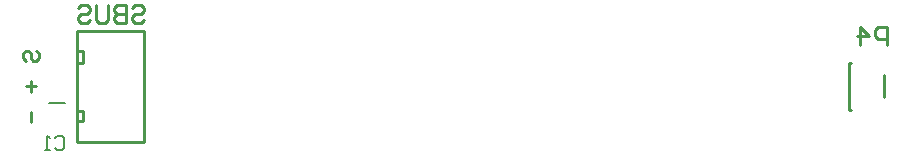
<source format=gbo>
G04*
G04 #@! TF.GenerationSoftware,Altium Limited,Altium Designer,20.0.9 (164)*
G04*
G04 Layer_Color=32896*
%FSLAX25Y25*%
%MOIN*%
G70*
G01*
G75*
%ADD14C,0.00787*%
%ADD15C,0.01000*%
D14*
X-115551Y-16929D02*
X-110433D01*
X-113779Y-28741D02*
X-112992Y-27953D01*
X-111418D01*
X-110631Y-28741D01*
Y-31889D01*
X-111418Y-32676D01*
X-112992D01*
X-113779Y-31889D01*
X-115354Y-32676D02*
X-116928D01*
X-116141D01*
Y-27953D01*
X-115354Y-28741D01*
D15*
X-106299Y7087D02*
X-83858D01*
X-106299Y-29921D02*
Y7087D01*
Y-29921D02*
X-83858D01*
Y7087D01*
X-104331Y-22874D02*
Y-19724D01*
X-106260D02*
X-104331D01*
X-106260Y-22874D02*
Y-19724D01*
Y-22874D02*
X-104331D01*
X-104252Y-3484D02*
Y276D01*
X-106299D02*
X-104252D01*
X-106299Y-3484D02*
Y276D01*
Y-3484D02*
X-104252D01*
X151181Y-19290D02*
Y-3542D01*
X151846D01*
X151181Y-19290D02*
X151846D01*
X162596Y-15035D02*
Y-7800D01*
X-123374Y-2936D02*
X-124227Y-2083D01*
Y-378D01*
X-123374Y475D01*
X-122521D01*
X-121669Y-378D01*
Y-2083D01*
X-120816Y-2936D01*
X-119963D01*
X-119110Y-2083D01*
Y-378D01*
X-119963Y475D01*
X-121669Y-9758D02*
Y-13169D01*
X-123374Y-11464D02*
X-119963D01*
X-121669Y-19991D02*
Y-23402D01*
X-87884Y14598D02*
X-86884Y15597D01*
X-84885D01*
X-83886Y14598D01*
Y13598D01*
X-84885Y12598D01*
X-86884D01*
X-87884Y11599D01*
Y10599D01*
X-86884Y9599D01*
X-84885D01*
X-83886Y10599D01*
X-89884Y15597D02*
Y9599D01*
X-92883D01*
X-93882Y10599D01*
Y11599D01*
X-92883Y12598D01*
X-89884D01*
X-92883D01*
X-93882Y13598D01*
Y14598D01*
X-92883Y15597D01*
X-89884D01*
X-95882D02*
Y10599D01*
X-96881Y9599D01*
X-98881D01*
X-99880Y10599D01*
Y15597D01*
X-105878Y14598D02*
X-104879Y15597D01*
X-102879D01*
X-101880Y14598D01*
Y13598D01*
X-102879Y12598D01*
X-104879D01*
X-105878Y11599D01*
Y10599D01*
X-104879Y9599D01*
X-102879D01*
X-101880Y10599D01*
X163660Y2513D02*
Y8511D01*
X160661D01*
X159661Y7511D01*
Y5512D01*
X160661Y4512D01*
X163660D01*
X154663Y2513D02*
Y8511D01*
X157662Y5512D01*
X153663D01*
M02*

</source>
